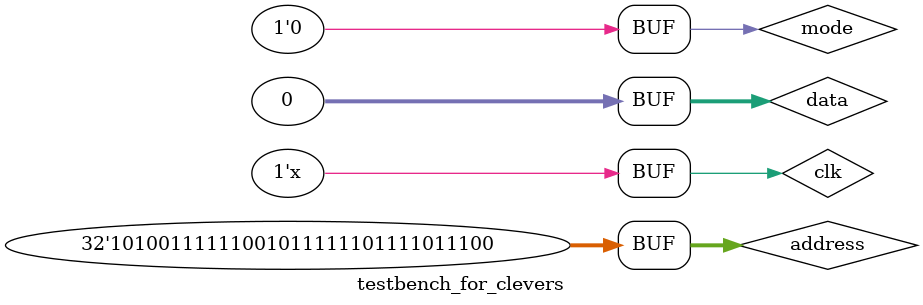
<source format=v>
module testbench_for_clevers;

reg [31:0] address, data;
reg mode, clk;
wire [31:0] out;

cache_no_mode_clever cache();

cache_and_ram_clever_tb tb(
	.address(address),
	.data(data),
	.mode(mode),
	.clk(clk),
	.out(out)
);

initial
begin
	clk = 1'b1;
	
	address = 32'b00000000000000000000000000000000;			// 0
	data =    32'b00000000000000000011100011000000;			// 14528
	mode = 1'b1;
	
	#200
	address = 32'b10100111111001011111101111011100;			// 2816867292 % size = 3036
	data =    32'b00000000000010000000100001010101;			// 526421
	mode = 1'b1;
	
	#200
	address = 32'b00000000000000000000000000000000;			// 0
	data =    32'b00000000000000000011100011000000;			// 14528
	mode = 1'b0;
	
	#200
	address = 32'b10100111111001011111101111011100;			// 2816867292 % size = 3036
	data =    32'b00000000000010000000100001010101;			// 526421
	mode = 1'b0;
	
	#200
	address = 32'b00000000000011110100011111010001;			// 1001425 % size = 2001
	data =    32'b00000001100000110001101100010110;			// 25369366
	mode = 1'b1;

	#200
	address = 32'b00000000000011110100011111010001;			// 1001425 % size = 2001
	data =    32'b00000001100000110001101100010110;			// 25369366
	mode = 1'b0;

	#200
	address = 32'b10100111111001011111101111011100;			// 2816867292 % size = 3036
	data =    32'b00000000000000000011100011000000;			// 14528
	mode = 1'b1;

	#200
	address = 32'b00000000000011110100011111010001;			// 1001425 % size = 2001
	data =    32'b00000000000000000011100011000000;			// 14528
	mode = 1'b1;

	#200
	address = 32'b00000000000011110100011111010001;			// 1001425 % size = 2001
	data =    32'b00000000000000000000000000000000;			// 0
	mode = 1'b0;
	
	#200
	address = 32'b10100111111001011111101111011100;			// 2816867292 % size = 3036
	data =    32'b00000000000000000000000000000000;			// 0
	mode = 1'b0;
end

initial
$monitor("address = %d data = %d mode = %d out = %d cache = %d index = %b valid_array = %b response_ram = %b prev_response = %b missrate = %b prev_address = %d ram = %d", address % 4096, data, mode, out, tb.cache.cache[tb.cache.index], tb.cache.index, tb.cache.valid_array[tb.cache.index], tb.cache.response_ram, tb.cache.prev_response, tb.cache.missrate, tb.cache.prev_address, tb.ram.ram[tb.cache.prev_address]);

always #25 clk = ~clk;

endmodule

</source>
